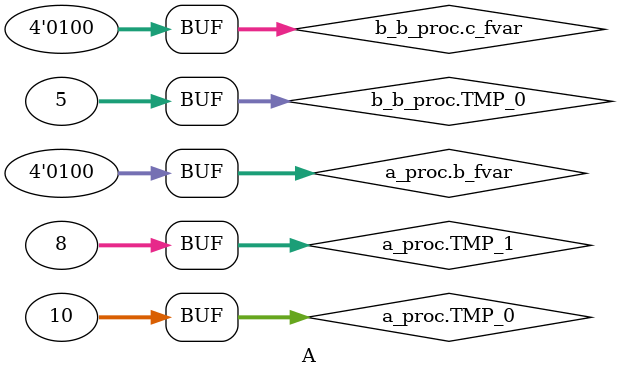
<source format=sv>

module A // "a_module"
(
);

// Variables generated for SystemC signals

// Local parameters generated for C++ constants
localparam logic [3:0] b_c_cvar = 'd8;
localparam logic [2:0] b_c_num1 = 'd1;
localparam logic [2:0] b_num1 = 'd6;

//------------------------------------------------------------------------------
// Method process: c_c_proc (test_sc_port4.cpp:37:5) 

always_comb 
begin : c_c_proc     // test_sc_port4.cpp:37:5
end

//------------------------------------------------------------------------------
// Method process: b_b_proc (test_sc_port4.cpp:65:5) 

always_comb 
begin : b_b_proc     // test_sc_port4.cpp:65:5
    logic [31:0] TMP_0;
    logic [3:0] c_fvar;
    c_fvar = 4;
    // Call f() begin
    TMP_0 = b_c_num1 + c_fvar;
    // Call f() end
end

//------------------------------------------------------------------------------
// Method process: a_proc (test_sc_port4.cpp:96:5) 

always_comb 
begin : a_proc     // test_sc_port4.cpp:96:5
    logic [31:0] TMP_0;
    logic [3:0] b_fvar;
    logic [31:0] TMP_1;
    b_fvar = 4;
    // Call f() begin
    // Call access_var() begin
    TMP_1 = b_c_cvar;
    // Call access_var() end
    TMP_0 = TMP_1 + b_num1 - b_fvar;
    // Call f() end
end

endmodule



</source>
